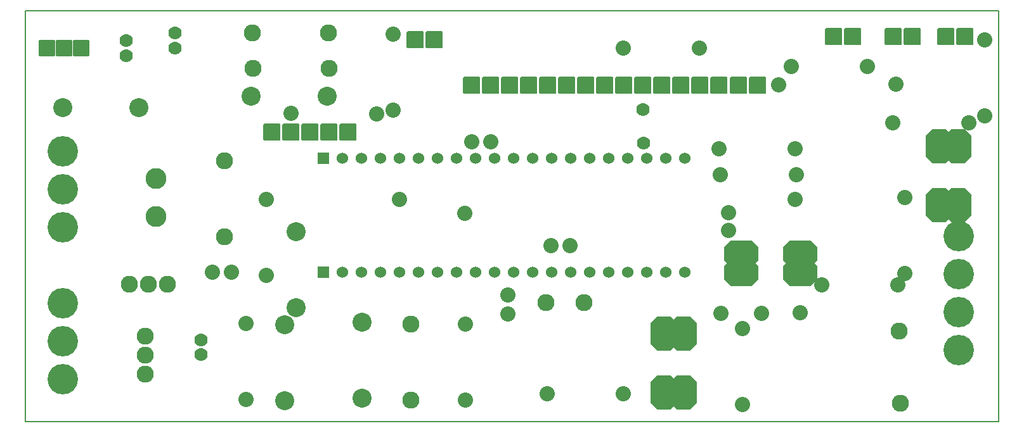
<source format=gbr>
G04 PROTEUS GERBER X2 FILE*
%TF.GenerationSoftware,Labcenter,Proteus,8.6-SP2-Build23525*%
%TF.CreationDate,2017-11-29T10:51:07+00:00*%
%TF.FileFunction,Soldermask,Top*%
%TF.FilePolarity,Negative*%
%TF.Part,Single*%
%FSLAX45Y45*%
%MOMM*%
G01*
%TA.AperFunction,Material*%
%ADD33C,2.286000*%
%ADD34C,2.032000*%
%ADD35C,1.778000*%
%AMPPAD030*
4,1,36,
-0.635000,0.762000,
0.635000,0.762000,
0.660970,0.759470,
0.684980,0.752200,
0.706580,0.740650,
0.725290,0.725290,
0.740650,0.706570,
0.752200,0.684980,
0.759470,0.660970,
0.762000,0.635000,
0.762000,-0.635000,
0.759470,-0.660970,
0.752200,-0.684980,
0.740650,-0.706570,
0.725290,-0.725290,
0.706580,-0.740650,
0.684980,-0.752200,
0.660970,-0.759470,
0.635000,-0.762000,
-0.635000,-0.762000,
-0.660970,-0.759470,
-0.684980,-0.752200,
-0.706580,-0.740650,
-0.725290,-0.725290,
-0.740650,-0.706570,
-0.752200,-0.684980,
-0.759470,-0.660970,
-0.762000,-0.635000,
-0.762000,0.635000,
-0.759470,0.660970,
-0.752200,0.684980,
-0.740650,0.706570,
-0.725290,0.725290,
-0.706580,0.740650,
-0.684980,0.752200,
-0.660970,0.759470,
-0.635000,0.762000,
0*%
%TA.AperFunction,Material*%
%ADD36PPAD030*%
%ADD37C,1.524000*%
%TA.AperFunction,Material*%
%ADD38C,4.064000*%
%TA.AperFunction,Material*%
%ADD39C,2.540000*%
%ADD40C,2.794000*%
%AMPPAD035*
4,1,36,
0.952500,-1.079500,
-0.952500,-1.079500,
-0.978470,-1.076970,
-1.002480,-1.069700,
-1.024080,-1.058150,
-1.042790,-1.042790,
-1.058150,-1.024070,
-1.069700,-1.002480,
-1.076970,-0.978470,
-1.079500,-0.952500,
-1.079500,0.952500,
-1.076970,0.978470,
-1.069700,1.002480,
-1.058150,1.024070,
-1.042790,1.042790,
-1.024080,1.058150,
-1.002480,1.069700,
-0.978470,1.076970,
-0.952500,1.079500,
0.952500,1.079500,
0.978470,1.076970,
1.002480,1.069700,
1.024080,1.058150,
1.042790,1.042790,
1.058150,1.024070,
1.069700,1.002480,
1.076970,0.978470,
1.079500,0.952500,
1.079500,-0.952500,
1.076970,-0.978470,
1.069700,-1.002480,
1.058150,-1.024070,
1.042790,-1.042790,
1.024080,-1.058150,
1.002480,-1.069700,
0.978470,-1.076970,
0.952500,-1.079500,
0*%
%TA.AperFunction,Material*%
%ADD41PPAD035*%
%AMPPAD036*
4,1,36,
-1.016000,1.143000,
1.016000,1.143000,
1.041970,1.140470,
1.065980,1.133200,
1.087580,1.121650,
1.106290,1.106290,
1.121650,1.087570,
1.133200,1.065980,
1.140470,1.041970,
1.143000,1.016000,
1.143000,-1.016000,
1.140470,-1.041970,
1.133200,-1.065980,
1.121650,-1.087570,
1.106290,-1.106290,
1.087580,-1.121650,
1.065980,-1.133200,
1.041970,-1.140470,
1.016000,-1.143000,
-1.016000,-1.143000,
-1.041970,-1.140470,
-1.065980,-1.133200,
-1.087580,-1.121650,
-1.106290,-1.106290,
-1.121650,-1.087570,
-1.133200,-1.065980,
-1.140470,-1.041970,
-1.143000,-1.016000,
-1.143000,1.016000,
-1.140470,1.041970,
-1.133200,1.065980,
-1.121650,1.087570,
-1.106290,1.106290,
-1.087580,1.121650,
-1.065980,1.133200,
-1.041970,1.140470,
-1.016000,1.143000,
0*%
%TA.AperFunction,Material*%
%ADD42PPAD036*%
%AMPPAD037*
4,1,8,
0.878040,-2.286000,
-0.878040,-2.286000,
-1.778000,-1.386040,
-1.778000,1.386040,
-0.878040,2.286000,
0.878040,2.286000,
1.778000,1.386040,
1.778000,-1.386040,
0.878040,-2.286000,
0*%
%TA.AperFunction,Material*%
%ADD43PPAD037*%
%AMPPAD038*
4,1,8,
2.286000,0.878040,
2.286000,-0.878040,
1.386040,-1.778000,
-1.386040,-1.778000,
-2.286000,-0.878040,
-2.286000,0.878040,
-1.386040,1.778000,
1.386040,1.778000,
2.286000,0.878040,
0*%
%ADD44PPAD038*%
%TA.AperFunction,Profile*%
%ADD27C,0.203200*%
%TD.AperFunction*%
D33*
X+3421061Y-2785979D03*
X+3433610Y-3748906D03*
D34*
X+1807211Y+507732D03*
X+3373832Y+519251D03*
X-3253818Y-1022723D03*
X-3553607Y+119847D03*
D35*
X+0Y+180000D03*
D34*
X+1140000Y-1200000D03*
X+1140000Y-1440000D03*
X+1040155Y-2546585D03*
X+1579578Y-2546585D03*
X+2103288Y-2536111D03*
X+2033766Y-1024643D03*
D35*
X+10000Y-270000D03*
D34*
X-2380000Y-1210000D03*
X-4699000Y+124382D03*
D36*
X-4266000Y-2000000D03*
D37*
X-4012000Y-2000000D03*
X-3758000Y-2000000D03*
X-3504000Y-2000000D03*
X-3250000Y-2000000D03*
X-2996000Y-2000000D03*
X-2742000Y-2000000D03*
X-2488000Y-2000000D03*
X-2234000Y-2000000D03*
X-1980000Y-2000000D03*
X-1726000Y-2000000D03*
X-1472000Y-2000000D03*
X-1218000Y-2000000D03*
X-964000Y-2000000D03*
X-710000Y-2000000D03*
X-456000Y-2000000D03*
X-202000Y-2000000D03*
X+52000Y-2000000D03*
X+306000Y-2000000D03*
X+560000Y-2000000D03*
X+560000Y-476000D03*
X+306000Y-476000D03*
X+52000Y-476000D03*
X-202000Y-476000D03*
X-456000Y-476000D03*
X-710000Y-476000D03*
X-964000Y-476000D03*
X-1218000Y-476000D03*
X-1472000Y-476000D03*
X-1726000Y-476000D03*
X-1980000Y-476000D03*
X-2234000Y-476000D03*
X-2488000Y-476000D03*
X-2742000Y-476000D03*
X-2996000Y-476000D03*
X-3250000Y-476000D03*
X-3504000Y-476000D03*
X-3758000Y-476000D03*
X-4012000Y-476000D03*
D36*
X-4266000Y-476000D03*
D38*
X-7747000Y-381000D03*
X-7747000Y-889000D03*
X-7747000Y-1397000D03*
D39*
X-7750000Y+200000D03*
X-6734000Y+200000D03*
D40*
X-6500000Y-742000D03*
X-6500000Y-1250000D03*
D33*
X-5588000Y-508000D03*
X-5588000Y-1524000D03*
D41*
X-7500000Y+1000000D03*
X-7728600Y+1000000D03*
X-7957200Y+1000000D03*
D35*
X-6900000Y+1100000D03*
X-6900000Y+900000D03*
X-6250000Y+1200000D03*
X-6250000Y+1000000D03*
D33*
X-5216000Y+1200000D03*
X-4200000Y+1200000D03*
X-5207000Y+730000D03*
X-4191000Y+730000D03*
D39*
X-4220000Y+360000D03*
X-5236000Y+360000D03*
D34*
X-3340000Y+1186000D03*
X-3340000Y+170000D03*
D42*
X-3040000Y+1110000D03*
X-2786000Y+1110000D03*
D43*
X+4210000Y-310000D03*
X+3950000Y-310000D03*
X+3950000Y-1100000D03*
X+4210000Y-1100000D03*
D34*
X+4560000Y+90000D03*
X+4560000Y+1106000D03*
X+4350000Y+0D03*
X+3334000Y+0D03*
X+3500000Y-1000000D03*
X+3500000Y-2016000D03*
D42*
X+4300000Y+1150000D03*
X+4046000Y+1150000D03*
D44*
X+1310000Y-1750000D03*
X+1310000Y-2010000D03*
X+2100000Y-2010000D03*
X+2100000Y-1750000D03*
D34*
X+2384000Y-2170000D03*
X+3400000Y-2170000D03*
X+1014000Y-350000D03*
X+2030000Y-350000D03*
X+1034000Y-690000D03*
X+2050000Y-690000D03*
D42*
X+2546000Y+1150000D03*
X+2800000Y+1150000D03*
D38*
X-7747000Y-2413000D03*
X-7747000Y-2921000D03*
X-7747000Y-3429000D03*
D33*
X-6858000Y-2159000D03*
X-6604000Y-2159000D03*
X-6350000Y-2159000D03*
X-6650000Y-3358000D03*
X-6650000Y-3104000D03*
X-6650000Y-2850000D03*
D35*
X-5900000Y-2900000D03*
X-5900000Y-3100000D03*
D34*
X-5300000Y-2684000D03*
X-5300000Y-3700000D03*
D39*
X-4780000Y-2704000D03*
X-4780000Y-3720000D03*
X-4630000Y-2476000D03*
X-4630000Y-1460000D03*
X-3750000Y-3686000D03*
X-3750000Y-2670000D03*
D33*
X-3100000Y-2690000D03*
X-3100000Y-3706000D03*
D34*
X-2370000Y-2690000D03*
X-2370000Y-3706000D03*
X-5030000Y-1024000D03*
X-5030000Y-2040000D03*
X-5750000Y-2000000D03*
X-5496000Y-2000000D03*
D42*
X-4953000Y-127000D03*
X-4699000Y-127000D03*
X-4445000Y-127000D03*
X-4191000Y-127000D03*
X-3937000Y-127000D03*
D33*
X-1300000Y-2400000D03*
X-792000Y-2400000D03*
D34*
X-1800000Y-2554000D03*
X-1800000Y-2300000D03*
X-2032000Y-254000D03*
X-2286000Y-254000D03*
X-976000Y-1640000D03*
X-1230000Y-1640000D03*
D42*
X+3346000Y+1150000D03*
X+3600000Y+1150000D03*
D38*
X+4220000Y-1516000D03*
X+4220000Y-2024000D03*
X+4220000Y-2532000D03*
X+4220000Y-3040000D03*
D42*
X+1276000Y+500000D03*
X+1530000Y+500000D03*
D34*
X+1984000Y+750000D03*
X+3000000Y+750000D03*
X-266000Y+1000000D03*
X+750000Y+1000000D03*
X-1276000Y-3620000D03*
X-260000Y-3620000D03*
X+1330000Y-2754000D03*
X+1330000Y-3770000D03*
D43*
X+280000Y-3610000D03*
X+540000Y-3610000D03*
X+540000Y-2820000D03*
X+280000Y-2820000D03*
D42*
X+1012000Y+500000D03*
X+758000Y+500000D03*
X+504000Y+500000D03*
X+250000Y+500000D03*
X-4000Y+500000D03*
X-258000Y+500000D03*
X-512000Y+500000D03*
X-766000Y+500000D03*
X-1020000Y+500000D03*
X-1274000Y+500000D03*
X-1528000Y+500000D03*
X-1782000Y+500000D03*
X-2036000Y+500000D03*
X-2290000Y+500000D03*
D27*
X-8250000Y-4000000D02*
X+4750000Y-4000000D01*
X+4750000Y+1500000D01*
X-8250000Y+1500000D01*
X-8250000Y-4000000D01*
M02*

</source>
